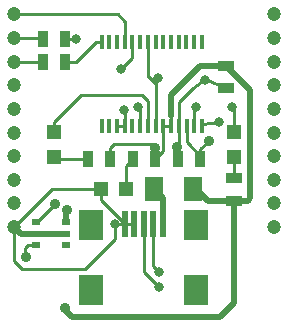
<source format=gbl>
G04 (created by PCBNEW (25-Oct-2014 BZR 4029)-stable) date 2015年05月14日 星期四 19时18分22秒*
%MOIN*%
G04 Gerber Fmt 3.4, Leading zero omitted, Abs format*
%FSLAX34Y34*%
G01*
G70*
G90*
G04 APERTURE LIST*
%ADD10C,0.00590551*%
%ADD11R,0.016X0.05*%
%ADD12R,0.0197X0.0906*%
%ADD13R,0.0787X0.0984*%
%ADD14R,0.06X0.08*%
%ADD15R,0.035X0.055*%
%ADD16R,0.055X0.035*%
%ADD17R,0.0472X0.0472*%
%ADD18C,0.0472441*%
%ADD19R,0.03X0.02*%
%ADD20C,0.035*%
%ADD21C,0.0314961*%
%ADD22C,0.01*%
%ADD23C,0.019685*%
G04 APERTURE END LIST*
G54D10*
G54D11*
X46850Y-19100D03*
X47100Y-19100D03*
X47360Y-19100D03*
X47620Y-19100D03*
X47870Y-19100D03*
X48130Y-19100D03*
X48390Y-19100D03*
X48640Y-19100D03*
X48900Y-19100D03*
X49150Y-19100D03*
X49410Y-19100D03*
X49670Y-19100D03*
X49920Y-19100D03*
X50180Y-19100D03*
X50180Y-21900D03*
X49920Y-21900D03*
X49680Y-21900D03*
X49410Y-21900D03*
X49150Y-21900D03*
X48900Y-21900D03*
X48640Y-21900D03*
X48390Y-21900D03*
X48130Y-21900D03*
X47870Y-21900D03*
X47620Y-21900D03*
X47360Y-21900D03*
X47100Y-21900D03*
X46850Y-21900D03*
G54D12*
X48880Y-25142D03*
X48565Y-25142D03*
X48250Y-25142D03*
X47935Y-25142D03*
X47620Y-25142D03*
G54D13*
X50002Y-25181D03*
X50002Y-27346D03*
X46498Y-25181D03*
X46498Y-27346D03*
G54D14*
X48600Y-24000D03*
X49900Y-24000D03*
G54D15*
X49375Y-23000D03*
X50125Y-23000D03*
G54D16*
X51000Y-20625D03*
X51000Y-19875D03*
G54D15*
X45625Y-19750D03*
X44875Y-19750D03*
X45625Y-19000D03*
X44875Y-19000D03*
G54D16*
X51250Y-23625D03*
X51250Y-24375D03*
G54D15*
X46375Y-23000D03*
X47125Y-23000D03*
X48625Y-23000D03*
X47875Y-23000D03*
G54D17*
X51250Y-22913D03*
X51250Y-22087D03*
X45250Y-22913D03*
X45250Y-22087D03*
X47663Y-24000D03*
X46837Y-24000D03*
G54D18*
X43919Y-18169D03*
X43919Y-18956D03*
X43919Y-19744D03*
X43919Y-20531D03*
X43919Y-21318D03*
X43919Y-22106D03*
X43919Y-22893D03*
X43919Y-23681D03*
X43919Y-24468D03*
X43919Y-25255D03*
X52580Y-24468D03*
X52580Y-25255D03*
X52580Y-23681D03*
X52580Y-22893D03*
X52580Y-22106D03*
X52580Y-21318D03*
X52580Y-20531D03*
X52580Y-19744D03*
X52580Y-18956D03*
X52580Y-18169D03*
G54D19*
X45650Y-25100D03*
X45650Y-25850D03*
X44650Y-25100D03*
X45650Y-25475D03*
X44650Y-25850D03*
G54D20*
X49365Y-22590D03*
G54D21*
X50300Y-20350D03*
X48725Y-20300D03*
X47300Y-25150D03*
X47600Y-21350D03*
G54D20*
X44334Y-26254D03*
G54D21*
X50750Y-21750D03*
X48750Y-27250D03*
X48750Y-26750D03*
X50000Y-21250D03*
X46000Y-19000D03*
X47500Y-20000D03*
X48050Y-21250D03*
X51200Y-21250D03*
G54D20*
X50414Y-22380D03*
X45275Y-24500D03*
X48625Y-22625D03*
X45695Y-24690D03*
X45615Y-27945D03*
G54D22*
X46837Y-24000D02*
X46837Y-24359D01*
X46837Y-24359D02*
X47620Y-25142D01*
X49410Y-22545D02*
X49410Y-21900D01*
X49365Y-22590D02*
X49410Y-22545D01*
X47300Y-25150D02*
X47300Y-25660D01*
X43919Y-26389D02*
X43919Y-25255D01*
X44190Y-26660D02*
X43919Y-26389D01*
X46300Y-26660D02*
X44190Y-26660D01*
X47300Y-25660D02*
X46300Y-26660D01*
G54D23*
X45650Y-25475D02*
X44138Y-25475D01*
X44138Y-25475D02*
X43919Y-25255D01*
G54D22*
X46837Y-24000D02*
X45175Y-24000D01*
X45175Y-24000D02*
X43919Y-25255D01*
X48390Y-20225D02*
X48400Y-20225D01*
X48663Y-20488D02*
X48663Y-20488D01*
X48400Y-20225D02*
X48663Y-20488D01*
X47308Y-25142D02*
X47620Y-25142D01*
X47300Y-25150D02*
X47308Y-25142D01*
X47620Y-21900D02*
X47620Y-21370D01*
X47620Y-21370D02*
X47600Y-21350D01*
X48390Y-19100D02*
X48390Y-20225D01*
X48390Y-20225D02*
X48390Y-20240D01*
X50300Y-20350D02*
X50300Y-20325D01*
X50300Y-20325D02*
X50300Y-20350D01*
X50300Y-20350D02*
X50300Y-20325D01*
X47360Y-21900D02*
X47620Y-21900D01*
X51000Y-20625D02*
X50300Y-20325D01*
X50300Y-20325D02*
X49875Y-20625D01*
X49410Y-21090D02*
X49410Y-21900D01*
X49875Y-20625D02*
X49410Y-21090D01*
X48665Y-20390D02*
X48663Y-20488D01*
X48663Y-20488D02*
X48640Y-21900D01*
X48375Y-19085D02*
X48390Y-19100D01*
X47935Y-25142D02*
X47620Y-25142D01*
X49410Y-21900D02*
X49410Y-22965D01*
X49410Y-22965D02*
X49375Y-23000D01*
X44396Y-25850D02*
X44650Y-25850D01*
X44298Y-25948D02*
X44396Y-25850D01*
X44298Y-26218D02*
X44298Y-25948D01*
X44334Y-26254D02*
X44298Y-26218D01*
X43919Y-18956D02*
X44831Y-18956D01*
X44831Y-18956D02*
X44875Y-19000D01*
X43919Y-19744D02*
X44869Y-19744D01*
X44869Y-19744D02*
X44875Y-19750D01*
X48250Y-25142D02*
X48250Y-26750D01*
X50180Y-21820D02*
X50180Y-21900D01*
X50750Y-21750D02*
X50180Y-21820D01*
X48250Y-26750D02*
X48750Y-27250D01*
G54D23*
X48880Y-25142D02*
X48880Y-24280D01*
X48880Y-24280D02*
X48600Y-24000D01*
G54D22*
X48880Y-24280D02*
X48600Y-24000D01*
X49920Y-21900D02*
X49920Y-21330D01*
X48565Y-26565D02*
X48750Y-26750D01*
X48565Y-26565D02*
X48565Y-25142D01*
X49920Y-21330D02*
X50000Y-21250D01*
X47870Y-19630D02*
X47500Y-20000D01*
X47870Y-19100D02*
X47870Y-19630D01*
X46000Y-19000D02*
X45625Y-19000D01*
X45625Y-19000D02*
X45500Y-19000D01*
X48390Y-21900D02*
X48390Y-21040D01*
X45250Y-21750D02*
X46150Y-20850D01*
X46150Y-20850D02*
X48200Y-20850D01*
X45250Y-21750D02*
X45250Y-22087D01*
X48390Y-21040D02*
X48200Y-20850D01*
X51250Y-23625D02*
X51250Y-22913D01*
X48130Y-21330D02*
X48130Y-21900D01*
X48050Y-21250D02*
X48130Y-21330D01*
X51250Y-22087D02*
X51250Y-21300D01*
X51250Y-21300D02*
X51200Y-21250D01*
X46375Y-23000D02*
X45337Y-23000D01*
X45337Y-23000D02*
X45250Y-22913D01*
X47663Y-24000D02*
X47663Y-23212D01*
X47663Y-23212D02*
X47875Y-23000D01*
X50125Y-23000D02*
X50125Y-22669D01*
X50125Y-22669D02*
X50414Y-22380D01*
X47620Y-19100D02*
X47620Y-18410D01*
X47620Y-18410D02*
X47379Y-18169D01*
X47379Y-18169D02*
X43919Y-18169D01*
X44650Y-25100D02*
X44675Y-25100D01*
X44675Y-25100D02*
X45275Y-24500D01*
X49680Y-21900D02*
X49680Y-22430D01*
X50125Y-22875D02*
X49750Y-22500D01*
X50125Y-22875D02*
X50125Y-23000D01*
X49680Y-22430D02*
X49750Y-22500D01*
X45625Y-19750D02*
X46000Y-19750D01*
X46650Y-19100D02*
X46850Y-19100D01*
X46000Y-19750D02*
X46650Y-19100D01*
X48625Y-23000D02*
X48625Y-22625D01*
G54D23*
X51250Y-24375D02*
X51250Y-27800D01*
X45650Y-24735D02*
X45650Y-25100D01*
X45695Y-24690D02*
X45650Y-24735D01*
X45615Y-28020D02*
X45615Y-27945D01*
X45855Y-28260D02*
X45615Y-28020D01*
X50790Y-28260D02*
X45855Y-28260D01*
X51250Y-27800D02*
X50790Y-28260D01*
X49150Y-20850D02*
X49150Y-21550D01*
X51000Y-19875D02*
X50125Y-19875D01*
X50125Y-19875D02*
X49150Y-20850D01*
X51250Y-24375D02*
X51725Y-24375D01*
X51800Y-20675D02*
X51000Y-19875D01*
X51800Y-24300D02*
X51800Y-20675D01*
X51725Y-24375D02*
X51800Y-24300D01*
G54D22*
X49150Y-21900D02*
X49150Y-21550D01*
X47125Y-23000D02*
X47125Y-22625D01*
X48500Y-22500D02*
X48625Y-22625D01*
X47250Y-22500D02*
X48500Y-22500D01*
X47125Y-22625D02*
X47250Y-22500D01*
G54D23*
X49900Y-24000D02*
X50000Y-24000D01*
X50375Y-24375D02*
X51250Y-24375D01*
X50000Y-24000D02*
X50375Y-24375D01*
G54D22*
X48900Y-21900D02*
X48900Y-22725D01*
X48900Y-22725D02*
X48625Y-23000D01*
X48900Y-21900D02*
X49150Y-21900D01*
M02*

</source>
